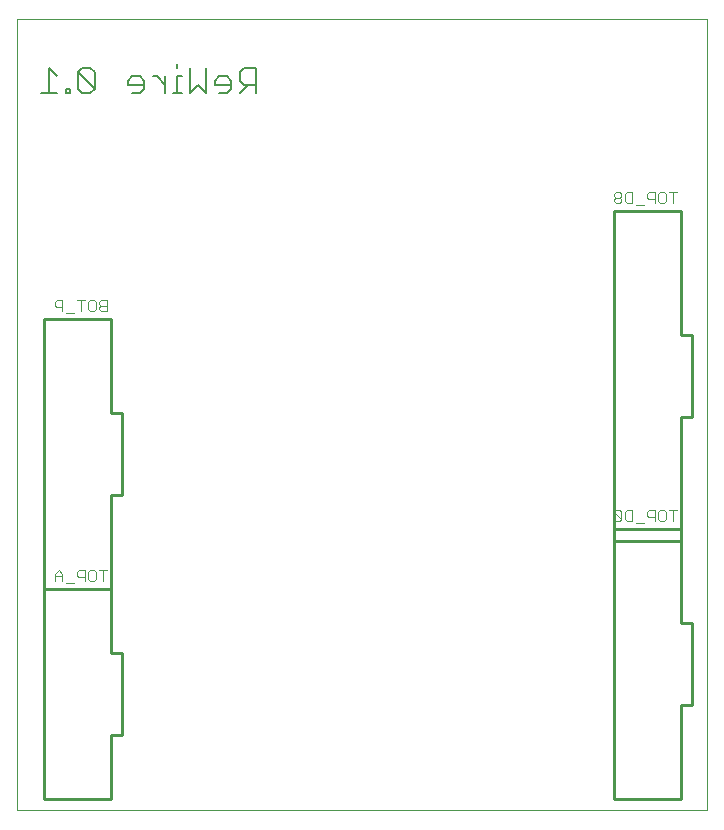
<source format=gbo>
G75*
%MOIN*%
%OFA0B0*%
%FSLAX24Y24*%
%IPPOS*%
%LPD*%
%AMOC8*
5,1,8,0,0,1.08239X$1,22.5*
%
%ADD10C,0.0000*%
%ADD11C,0.0070*%
%ADD12C,0.0100*%
%ADD13C,0.0040*%
D10*
X000180Y000310D02*
X023176Y000310D01*
X023176Y026680D01*
X000180Y026680D01*
X000180Y000310D01*
D11*
X000962Y024215D02*
X001515Y024215D01*
X001791Y024215D02*
X001930Y024215D01*
X001930Y024353D01*
X001791Y024353D01*
X001791Y024215D01*
X002205Y024353D02*
X002205Y024907D01*
X002758Y024353D01*
X002620Y024215D01*
X002343Y024215D01*
X002205Y024353D01*
X002758Y024353D02*
X002758Y024907D01*
X002620Y025046D01*
X002343Y025046D01*
X002205Y024907D01*
X001515Y024769D02*
X001238Y025046D01*
X001238Y024215D01*
X003862Y024492D02*
X004416Y024492D01*
X004416Y024630D02*
X004277Y024769D01*
X004000Y024769D01*
X003862Y024630D01*
X003862Y024492D01*
X004000Y024215D02*
X004277Y024215D01*
X004416Y024353D01*
X004416Y024630D01*
X004691Y024769D02*
X004830Y024769D01*
X005106Y024492D01*
X005106Y024215D02*
X005106Y024769D01*
X005520Y024769D02*
X005520Y024215D01*
X005382Y024215D02*
X005659Y024215D01*
X005934Y024215D02*
X005934Y025046D01*
X005659Y024769D02*
X005520Y024769D01*
X005520Y025046D02*
X005520Y025184D01*
X006211Y024492D02*
X005934Y024215D01*
X006211Y024492D02*
X006488Y024215D01*
X006488Y025046D01*
X006901Y024769D02*
X006762Y024630D01*
X006762Y024492D01*
X007316Y024492D01*
X007316Y024630D02*
X007178Y024769D01*
X006901Y024769D01*
X007316Y024630D02*
X007316Y024353D01*
X007178Y024215D01*
X006901Y024215D01*
X007591Y024215D02*
X007868Y024492D01*
X007730Y024492D02*
X008145Y024492D01*
X008145Y024215D02*
X008145Y025046D01*
X007730Y025046D01*
X007591Y024907D01*
X007591Y024630D01*
X007730Y024492D01*
D12*
X003305Y016680D02*
X001055Y016680D01*
X001055Y007680D01*
X003305Y007680D01*
X003305Y010805D01*
X003680Y010805D01*
X003680Y013555D01*
X003305Y013555D01*
X003305Y016680D01*
X003305Y007680D02*
X001055Y007680D01*
X001055Y000680D01*
X003305Y000680D01*
X003305Y002805D01*
X003680Y002805D01*
X003680Y005555D01*
X003305Y005555D01*
X003305Y007680D01*
X020055Y009280D02*
X020055Y020280D01*
X022305Y020280D01*
X022305Y016155D01*
X022680Y016155D01*
X022680Y013405D01*
X022305Y013405D01*
X022305Y009280D01*
X020055Y009280D01*
X020055Y009680D02*
X022305Y009680D01*
X022305Y006555D01*
X022680Y006555D01*
X022680Y003805D01*
X022305Y003805D01*
X022305Y000680D01*
X020055Y000680D01*
X020055Y009680D01*
D13*
X020138Y009950D02*
X020078Y010010D01*
X020078Y010250D01*
X020318Y010010D01*
X020258Y009950D01*
X020138Y009950D01*
X020318Y010010D02*
X020318Y010250D01*
X020258Y010310D01*
X020138Y010310D01*
X020078Y010250D01*
X020447Y010250D02*
X020447Y010010D01*
X020507Y009950D01*
X020687Y009950D01*
X020687Y010310D01*
X020507Y010310D01*
X020447Y010250D01*
X020815Y009890D02*
X021055Y009890D01*
X021243Y010070D02*
X021423Y010070D01*
X021423Y009950D02*
X021423Y010310D01*
X021243Y010310D01*
X021183Y010250D01*
X021183Y010130D01*
X021243Y010070D01*
X021551Y010010D02*
X021551Y010250D01*
X021612Y010310D01*
X021732Y010310D01*
X021792Y010250D01*
X021792Y010010D01*
X021732Y009950D01*
X021612Y009950D01*
X021551Y010010D01*
X021920Y010310D02*
X022160Y010310D01*
X022040Y010310D02*
X022040Y009950D01*
X021055Y020490D02*
X020815Y020490D01*
X020687Y020550D02*
X020687Y020910D01*
X020507Y020910D01*
X020447Y020850D01*
X020447Y020610D01*
X020507Y020550D01*
X020687Y020550D01*
X020318Y020610D02*
X020318Y020670D01*
X020258Y020730D01*
X020138Y020730D01*
X020078Y020670D01*
X020078Y020610D01*
X020138Y020550D01*
X020258Y020550D01*
X020318Y020610D01*
X020258Y020730D02*
X020318Y020790D01*
X020318Y020850D01*
X020258Y020910D01*
X020138Y020910D01*
X020078Y020850D01*
X020078Y020790D01*
X020138Y020730D01*
X021183Y020730D02*
X021243Y020670D01*
X021423Y020670D01*
X021423Y020550D02*
X021423Y020910D01*
X021243Y020910D01*
X021183Y020850D01*
X021183Y020730D01*
X021551Y020610D02*
X021551Y020850D01*
X021612Y020910D01*
X021732Y020910D01*
X021792Y020850D01*
X021792Y020610D01*
X021732Y020550D01*
X021612Y020550D01*
X021551Y020610D01*
X021920Y020910D02*
X022160Y020910D01*
X022040Y020910D02*
X022040Y020550D01*
X003160Y017310D02*
X003160Y016950D01*
X002980Y016950D01*
X002920Y017010D01*
X002920Y017070D01*
X002980Y017130D01*
X003160Y017130D01*
X002980Y017130D02*
X002920Y017190D01*
X002920Y017250D01*
X002980Y017310D01*
X003160Y017310D01*
X002792Y017250D02*
X002792Y017010D01*
X002732Y016950D01*
X002612Y016950D01*
X002551Y017010D01*
X002551Y017250D01*
X002612Y017310D01*
X002732Y017310D01*
X002792Y017250D01*
X002423Y017310D02*
X002183Y017310D01*
X002303Y017310D02*
X002303Y016950D01*
X002055Y016890D02*
X001815Y016890D01*
X001687Y016950D02*
X001687Y017310D01*
X001507Y017310D01*
X001447Y017250D01*
X001447Y017130D01*
X001507Y017070D01*
X001687Y017070D01*
X001567Y008310D02*
X001447Y008190D01*
X001447Y007950D01*
X001447Y008130D02*
X001687Y008130D01*
X001687Y008190D02*
X001567Y008310D01*
X001687Y008190D02*
X001687Y007950D01*
X001815Y007890D02*
X002055Y007890D01*
X002243Y008070D02*
X002423Y008070D01*
X002423Y007950D02*
X002423Y008310D01*
X002243Y008310D01*
X002183Y008250D01*
X002183Y008130D01*
X002243Y008070D01*
X002551Y008010D02*
X002551Y008250D01*
X002612Y008310D01*
X002732Y008310D01*
X002792Y008250D01*
X002792Y008010D01*
X002732Y007950D01*
X002612Y007950D01*
X002551Y008010D01*
X002920Y008310D02*
X003160Y008310D01*
X003040Y008310D02*
X003040Y007950D01*
M02*

</source>
